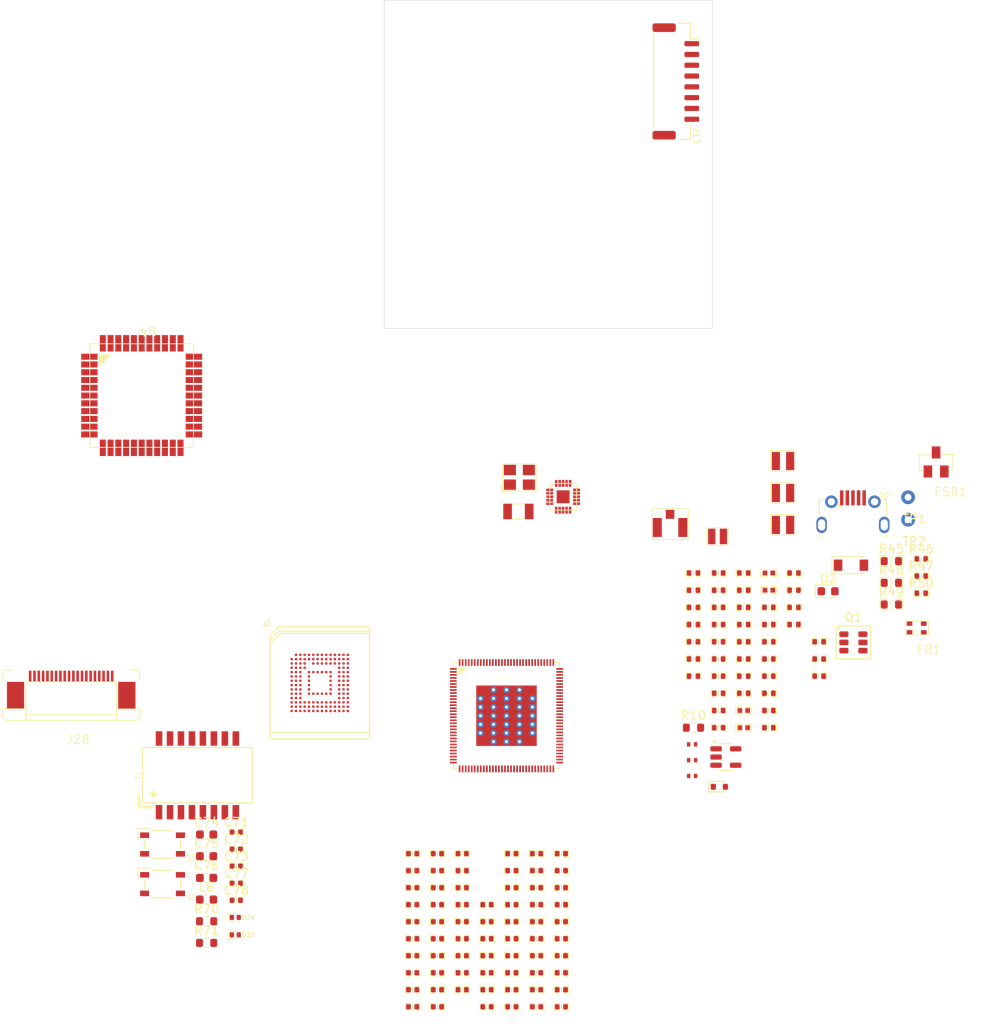
<source format=kicad_pcb>
(kicad_pcb (version 20241229) (generator "pcbnew") (generator_version "9.0")
  (layers (0 "F.Cu" signal) (2 "B.Cu" signal) (13 "F.Paste" user) (15 "B.Paste" user) (5 "F.SilkS" user "F.Silkscreen") (7 "B.SilkS" user "B.Silkscreen") (1 "F.Mask" user) (3 "B.Mask" user) (25 "Edge.Cuts" user))
  (net 0 "")
  (net 1 "GND")
  (net 2 "Net-(U7-X2)")
  (net 3 "Net-(U1A-OSC_SOC_XIN)")
  (net 4 "VCC_1V8")
  (net 5 "VDD_0V9")
  (net 6 "Net-(U1A-OSC_RTC_XIN)")
  (net 7 "Net-(U1A-OSC_RTC_XOUT)")
  (net 8 "Net-(U1A-RTC_AVDD3V3)")
  (net 9 "Net-(C74-Pad2)")
  (net 10 "/MIPI_CSI_AVDD_1V8")
  (net 11 "VDD_ARM")
  (net 12 "VCC_DDR")
  (net 13 "Net-(T1-CT1)")
  (net 14 "VCC5V0_SYS")
  (net 15 "/EN3")
  (net 16 "/EN2")
  (net 17 "/EN1")
  (net 18 "Net-(U3-FB1)")
  (net 19 "Net-(U3-FB2)")
  (net 20 "Net-(U3-FB3)")
  (net 21 "Net-(C76-Pad1)")
  (net 22 "Net-(D34-Pad1)")
  (net 23 "Net-(D35-Pad1)")
  (net 24 "TRD0_P")
  (net 25 "VCCIO_FLASH")
  (net 26 "Net-(U1D-CODEC_VCM)")
  (net 27 "Net-(U1D-SARADC_USB_AVDD1V8)")
  (net 28 "3V3")
  (net 29 "Net-(U4-WL_BT_ANT)")
  (net 30 "Net-(J1-Pin_2)")
  (net 31 "/VDDi")
  (net 32 "RX0_N")
  (net 33 "TRD0_N")
  (net 34 "VCC3V3_RTC")
  (net 35 "Net-(U1A-OTP_AVDD1V8_ETH_AVDD1V8_TSADC_AVDD1V8)")
  (net 36 "Net-(U1D-FEPHY_AVDD3V3)")
  (net 37 "Net-(U1A-OSC_SOC_XOUT)")
  (net 38 "/GPIO1_D3_d")
  (net 39 "Net-(U1C-I2C3_SCL_M1_AUD_DSM_N_UART5_TX_M1_PWM11_IR_M2_VI_CIF_CLKO_M1_VO_LCDC_CLK_GPIO1_D3_d)")
  (net 40 "Net-(U1C-MIPI_CLK0_OUT_VI_CIF_CLKO_M0_GPIO3_C4_d)")
  (net 41 "/MIPI{slash}LVDS_MCLK0")
  (net 42 "/MIPI{slash}LVDS_MCLK1")
  (net 43 "RX0_P")
  (net 44 "Net-(U1B-FSPI_CLK_EMMC_CLK_GPIO4_B1_d)")
  (net 45 "/EMMC_CLK")
  (net 46 "/SDMMC_CLK")
  (net 47 "Net-(U1B-JTAG_LPMCU_TCK_M1_I2C0_SCL_M2_PWM10_M0_UART5_RTS_M0_SDMMC_CLK_GPIO3_A4_d)")
  (net 48 "Net-(U1D-DRAM_ZQ)")
  (net 49 "Net-(U1D-FEPHY_REXT)")
  (net 50 "Net-(U1D-CODEC_AVSS)")
  (net 51 "/HOST_WAKE_BT")
  (net 52 "VIN")
  (net 53 "/SDMMC_DET")
  (net 54 "/GPIO0_A4_d")
  (net 55 "/BT_WAKE_HOST")
  (net 56 "/GPIO0_A3_u")
  (net 57 "/WL_HOST_WAKE")
  (net 58 "/GPIO0_A2_d")
  (net 59 "/WL_EN")
  (net 60 "/GPIO1_A2_d")
  (net 61 "/EMMC_D0")
  (net 62 "Net-(J28-Pin_19)")
  (net 63 "/TX_P0+")
  (net 64 "/EMMC_D1")
  (net 65 "/EMMC_D2")
  (net 66 "/TX_P0-")
  (net 67 "/EMMC_D3")
  (net 68 "/RX_P0+")
  (net 69 "/EMMC_D4")
  (net 70 "/RX_P0-")
  (net 71 "/EMMC_D5")
  (net 72 "/GPI3_B0_d")
  (net 73 "/EMMC_D6")
  (net 74 "/GPI3_B1_d")
  (net 75 "Net-(T1-CT3)")
  (net 76 "/EMMC_D7")
  (net 77 "/EMMC_CMD")
  (net 78 "Net-(T1-CT4)")
  (net 82 "/SDMMC_D0")
  (net 83 "/SDMMC_D1")
  (net 85 "/SDMMC_D2")
  (net 88 "/SDMMC_D3")
  (net 90 "/SDMMC_CMD")
  (net 92 "/PCM_CLK")
  (net 93 "/GPIO0_A5_d")
  (net 94 "/GPIO0_A6_d")
  (net 95 "/PCM_SYNC")
  (net 96 "/GPIO1_A4_d")
  (net 97 "/PCM_IN")
  (net 98 "/GPIO1_A3_d")
  (net 100 "/FLASH_ALE{slash}EMMC_RST")
  (net 101 "/MIPI{slash}LVDS_D0_N")
  (net 102 "/GPIO1_B0_d")
  (net 104 "/GPIO1_C7_d")
  (net 105 "/GPIO2_A7_d")
  (net 106 "/MIPI{slash}LVDS_CLK_N")
  (net 107 "/MIPI{slash}LVDS_D2_P")
  (net 108 "/GPIO2_A0_d")
  (net 109 "/MIPI{slash}LVDS_CLK_P")
  (net 110 "/USB_P")
  (net 111 "/GPIO1_A1_d")
  (net 112 "/ETH_R_P")
  (net 113 "/GPIO1_A0_d")
  (net 115 "/GPIO1_C5_d")
  (net 116 "/MIC0_P")
  (net 117 "/GPIO2_A5_d")
  (net 118 "/GPIO1_C2_d")
  (net 119 "/GPIO1_C6_d")
  (net 120 "/GPIO0_A1_d")
  (net 121 "/GPIO1_D0_d")
  (net 122 "/LINEOUT")
  (net 123 "/GPIO4_C0_z")
  (net 124 "/MIPI{slash}LVDS_D0_P")
  (net 125 "/MIPI_I2C3_SDA")
  (net 126 "/NPOR")
  (net 127 "/MIPI{slash}LVDS_CLK1_N")
  (net 128 "/GPIO2_B0_d")
  (net 129 "/MIPI{slash}LVDS_CLK1_P")
  (net 130 "/MIC1_N")
  (net 131 "/GPIO2_A4_d")
  (net 132 "/MIC0_N")
  (net 133 "/GPIO1_B1_d")
  (net 134 "/GPIO2_A2_d")
  (net 135 "/GPIO2_A6_d")
  (net 136 "VCC1V8_MICBIAS")
  (net 137 "/MIPI_I2C_SDA")
  (net 138 "/GPIO1_B2_d")
  (net 139 "/USB_N")
  (net 140 "/GPIO1_C1_d")
  (net 141 "/ETH_T_P")
  (net 142 "/ETH_R_N")
  (net 143 "/GPIO1_C0_d")
  (net 144 "/MIPI{slash}LVDS_RST1")
  (net 145 "/MIPI{slash}LVDS_D2_N")
  (net 146 "/GPIO0_A0_z")
  (net 147 "/GPIO1_D2_d")
  (net 148 "/MIPI_I2C_SCL")
  (net 149 "/GPIO2_B1_d")
  (net 150 "/USB_DET_IN")
  (net 152 "/GPIO2_A1_d")
  (net 153 "/ETH_T_N")
  (net 154 "/GPIO2_A3_d")
  (net 155 "/GPIO1_C3_d")
  (net 156 "/GPIO1_C4_d")
  (net 157 "/GPIO1_D1_d")
  (net 158 "/MIPI{slash}LVDS_D1_N")
  (net 159 "/MIPI{slash}LVDS_D1_P")
  (net 160 "/MIPI_I2C3_SCL")
  (net 161 "/GPIO1_B3_u")
  (net 162 "/PCM_OUT")
  (net 163 "/GPIO4_C1_z")
  (net 164 "/MIC1_P")
  (net 166 "Net-(U2-SW)")
  (net 167 "Net-(U3-LX)")
  (net 168 "Net-(U3-LX2)")
  (net 169 "Net-(U3-LX3)")
  (net 170 "VCC1V8_CODEC")
  (net 171 "/MIPI{slash}LVDS_RST")
  (net 299 "Net-(D2-Pad2)")
  (net 300 "Net-(D32-PadC)")
  (net 301 "Net-(J20-VBUS)")
  (net 302 "Net-(J20-DM)")
  (net 303 "Net-(J20-DP)")
  (net 305 "/GPIO3_C6_d")
  (net 306 "Net-(FB1-Pad2)")
  (net 307 "Net-(FB1-Pad4)")
  (footprint "Footprint Library:R_0402_1005Metric" (layer "F.Cu") (at 41.63 80.25)
    (property "Reference" "R28" (hide yes))
    (property "Value" "100R %5")
  )
  (footprint "Footprint Library:R_0603_1608Metric" (layer "F.Cu") (at 58.725 67.455)
    (property "Reference" "R48")
    (property "Value" "0R")
  )
  (footprint "Footprint Library:Test_Point" (layer "F.Cu") (at 60.66 57.55)
    (property "Reference" "TP1")
    (property "Value" "DNP")
  )
  (footprint "Footprint Library:C_0402_1005Metric" (layer "F.Cu") (at 3.29 116.54)
    (property "Reference" "C10" (hide yes))
    (property "Value" "100nF 16V X5R")
  )
  (footprint "Footprint Library:Feritte_Beads_0402" (layer "F.Cu") (at 35.65 89.82)
    (property "Reference" "L7" (hide yes))
    (property "Value" "BLM15PD121SN1" (hide yes))
  )
  (footprint "Footprint Library:C_0402_1005Metric" (layer "F.Cu") (at 17.64 98.81)
    (property "Reference" "C51" (hide yes))
    (property "Value" "100nF 16V X5R")
  )
  (footprint "Footprint Library:SKI.WB800DCS .2" (layer "F.Cu") (at -34.09 39.725 180)
    (property "Reference" "U4")
    (property "Value" "SKI.WB800DCS .2")
  )
  (footprint "Footprint Library:EA3036C" (layer "F.Cu") (at 20.715 57.495)
    (property "Reference" "U3" (hide yes))
    (property "Value" "EA3036C")
  )
  (footprint "Capacitor_SMD:C_0603_1608Metric" (layer "F.Cu") (at -20.569011 101.62)
    (property "Reference" "C76")
    (property "Value" "1000pF")
  )
  (footprint "Capacitor_SMD:C_0603_1608Metric" (layer "F.Cu") (at -20.569011 99.11)
    (property "Reference" "C75")
    (property "Value" "0.01uF")
  )
  (footprint "Footprint Library:R_0402_1005Metric" (layer "F.Cu") (at 41.63 66.32)
    (property "Reference" "R21" (hide yes))
    (property "Value" "22R %5")
  )
  (footprint "Footprint Library:C_0402_1005Metric" (layer "F.Cu") (at 14.77 104.72)
    (property "Reference" "C44" (hide yes))
    (property "Value" "10uF")
  )
  (footprint "Footprint Library:FTC252012S1R5MBCA" (layer "F.Cu") (at 45.355 53.355)
    (property "Reference" "L4" (hide yes))
    (property "Value" "FTC252012S1R5MBCA")
  )
  (footprint "Footprint Library:R_0402_1005Metric" (layer "F.Cu") (at 41.63 72.29)
    (property "Reference" "R24" (hide yes))
    (property "Value" "6.04K %1")
  )
  (footprint "Footprint Library:RV1106G3" (layer "F.Cu") (at 14.105 82.905 90)
    (property "Reference" "U1" (hide yes))
    (property "Value" "RV1106G3")
  )
  (footprint "Footprint Library:R_0402_1005Metric" (layer "F.Cu") (at 35.81 78.26)
    (property "Reference" "R7" (hide yes))
    (property "Value" "22R %5")
  )
  (footprint "Footprint Library:C_0402_1005Metric" (layer "F.Cu") (at 6.16 106.69)
    (property "Reference" "C15" (hide yes))
    (property "Value" "1uF 6.3V X5R")
  )
  (footprint "Footprint Library:R0402" (layer "F.Cu") (at 44.54 66.32)
    (property "Reference" "R31")
    (property "Value" "0R" (hide yes))
  )
  (footprint "Capacitor_SMD:C_0603_1608Metric" (layer "F.Cu") (at -20.569011 96.6)
    (property "Reference" "C74")
    (property "Value" "0.01uF")
  )
  (footprint "Footprint Library:C_0402_1005Metric" (layer "F.Cu") (at 3.29 114.57)
    (property "Reference" "C9" (hide yes))
    (property "Value" "100nF 16V X5R")
  )
  (footprint "Footprint Library:C_0402_1005Metric" (layer "F.Cu") (at 17.64 100.78)
    (property "Reference" "C52" (hide yes))
    (property "Value" "100nF 16V X5R")
  )
  (footprint "Footprint Library:C_0402_1005Metric" (layer "F.Cu") (at 11.9 112.6)
    (property "Reference" "C38" (hide yes))
    (property "Value" "4.7uF")
  )
  (footprint "Footprint Library:Test_Point" (layer "F.Cu") (at 60.66 60.15)
    (property "Reference" "TP2")
    (property "Value" "DNP")
  )
  (footprint "Footprint Library:SMD,2x1.6x1mm_Power_Inductor" (layer "F.Cu") (at 39.275 62.085 90)
    (property "Reference" "L3" (hide yes))
    (property "Value" "PIM201610-1R0MTS00")
  )
  (footprint "Footprint Library:C_0402_1005Metric" (layer "F.Cu") (at 6.16 116.54)
    (property "Reference" "C20" (hide yes))
    (property "Value" "1uF 6.3V X5R")
  )
  (footprint "Footprint Library:IPEX1-3-TXZ 214" (layer "F.Cu") (at 33.095 59.525 90)
    (property "Reference" "J1" (hide yes))
    (property "Value" "IPEX1-3-TXZ 214" (hide yes))
  )
  (footprint "Footprint Library:C_0402_1005Metric" (layer "F.Cu") (at 14.77 106.69)
    (property "Reference" "C45" (hide yes))
    (property "Value" "220pF")
  )
  (footprint "Footprint Library:R_0603_1608Metric" (layer "F.Cu") (at 58.725 69.965)
    (property "Reference" "R49")
    (property "Value" "0R")
  )
  (footprint "Footprint Library:C_0402_1005Metric" (layer "F.Cu") (at 17.64 110.63)
    (property "Reference" "C57" (hide yes))
    (property "Value" "10pF")
  )
  (footprint "Footprint Library:R_0402_1005Metric" (layer "F.Cu") (at 35.81 68.31)
    (property "Reference" "R2" (hide yes))
    (property "Value" "22R %5")
  )
  (footprint "Footprint Library:C_0402_1005Metric" (layer "F.Cu") (at 11.9 108.66)
    (property "Reference" "C36" (hide yes))
    (property "Value" "100nF 16V X5R")
  )
  (footprint "Footprint Library:R_0402_1005Metric" (layer "F.Cu") (at 38.72 76.27)
    (property "Reference" "R16" (hide yes))
    (property "Value" "47K %1")
  )
  (footprint "Footprint Library:R_0402_1005Metric" (layer "F.Cu") (at 38.72 68.31)
    (property "Reference" "R12" (hide yes))
    (property "Value" "10K %5")
  )
  (footprint "Footprint Library:SKRPANE010" (layer "F.Cu") (at -25.674011 102.3412)
    (property "Reference" "S6")
    (property "Value" "SKRPANE010" (hide yes))
  )
  (footprint "Footprint Library:C_0402_1005Metric" (layer "F.Cu") (at 6.16 110.63)
    (property "Reference" "C17" (hide yes))
    (property "Value" "100nF 16V X5R")
  )
  (footprint "Footprint Library:C_0402_1005Metric" (layer "F.Cu") (at 11.9 110.63)
    (property "Reference" "C37" (hide yes))
    (property "Value" "220pF")
  )
  (footprint "Footprint Library:C_0402_1005Metric" (layer "F.Cu") (at 6.16 112.6)
    (property "Reference" "C18" (hide yes))
    (property "Value" "100nF 16V X5R")
  )
  (footprint "Footprint Library:R_0402_1005Metric" (layer "F.Cu") (at 38.72 84.23)
    (property "Reference" "R20" (hide yes))
    (property "Value" "100K 1%")
  )
  (footprint "Footprint Library:SMD3225-4P" (layer "F.Cu") (at 15.65 55.24)
    (property "Reference" "U7" (hide yes))
    (property "Value" "24MHz" (hide yes))
  )
  (footprint "Footprint Library:C_0402_1005Metric" (layer "F.Cu") (at 6.16 102.75)
    (property "Reference" "C13" (hide yes))
    (property "Value" "10uF 6.3V X5R")
  )
  (footprint "Footprint Library:JST_1x8_1MP_P1.25mm_Vertical" (layer "F.Cu") (at 35.61 13.78 -90)
    (property "Reference" "J13")
    (property "Value" "JST_1x8-1MP_P1.25mm_Vertical")
  )
  (footprint "Footprint Library:R_0603_1608Metric" (layer "F.Cu") (at 58.725 64.945)
    (property "Reference" "R45")
    (property "Value" "DNP")
  )
  (footprint "Footprint Library:C_0402_1005Metric" (layer "F.Cu") (at 9.03 108.66)
    (property "Reference" "C26" (hide yes))
    (property "Value" "1uF 6.3V X5R")
  )
  (footprint "Footprint Library:R_0402_1005Metric" (layer "F.Cu") (at 47.45 68.31)
    (property "Reference" "R42" (hide yes))
    (property "Value" "100R %5")
  )
  (footprint "Footprint Library:R_0402_1005Metric" (layer "F.Cu") (at 44.54 72.29)
    (property "Reference" "R34" (hide yes))
    (property "Value" "10K")
  )
  (footprint "Footprint Library:C_0402_1005Metric" (layer "F.Cu") (at 9.03 104.72)
    (property "Reference" "C24" (hide yes))
    (property "Value" "1uF 6.3V X5R")
  )
  (footprint "Footprint Library:R_0402_1005Metric" (layer "F.Cu") (at 44.54 74.28)
    (property "Reference" "R35" (hide yes))
    (property "Value" "10K")
  )
  (footprint "Footprint Library:Feritte_Beads_0402" (layer "F.Cu") (at 35.65 86.16)
    (property "Reference" "L1" (hide yes))
    (property "Value" "BLM15PD121SN1" (hide yes))
  )
  (footprint "Footprint Library:R_0402_1005Metric" (layer "F.Cu") (at 38.72 78.26)
    (property "Reference" "R17" (hide yes))
    (property "Value" "100K 1%")
  )
  (footprint "Footprint Library:R_0402_1005Metric" (layer "F.Cu") (at 44.54 84.23)
    (property "Reference" "R40" (hide yes))
    (property "Value" "4.7K")
  )
  (footprint "Footprint Library:SOT-23-Diode" (layer "F.Cu") (at 62.955 54.565)
    (property "Reference" "ESD1")
    (property "Value" "ESD5302F")
  )
  (footprint "Footprint Library:C_0402_1005Metric" (layer "F.Cu") (at -17.129011 98.3)
    (property "Reference" "C72")
    (property "Value" "100nF X5R 16V")
  )
  (footprint "Footprint Library:R_0402_1005Metric" (layer "F.Cu") (at 38.72 74.28)
    (property "Reference" "R15" (hide yes))
    (property "Value" "9.1K %1")
  )
  (footprint "Footprint Library:C_0402_1005Metric" (layer "F.Cu") (at 6.16 100.78)
    (property "Reference" "C12" (hide yes))
    (property "Value" "10uF 6.3V X5R")
  )
  (footprint "Footprint Library:R_0402_1005Metric" (layer "F.Cu") (at 38.72 72.29)
    (property "Reference" "R14" (hide yes))
    (property "Value" "40.2K %1")
  )
  (footprint "Footprint Library:C_0402_1005Metric" (layer "F.Cu") (at 20.51 98.81)
    (property "Reference" "C61" (hide yes))
    (property "Value" "10uF")
  )
  (footprint "Footprint Library:FTC252012S1R5MBCA" (layer "F.Cu") (at 45.355 57.055)
    (property "Reference" "L5" (hide yes))
    (property "Value" "FTC252012S1R5MBCA")
  )
  (footprint "Footprint Library:C_0402_1005Metric" (layer "F.Cu") (at 3.29 112.6)
    (property "Reference" "C8" (hide yes))
    (property "Value" "1uF 6.3V X5R")
  )
  (footprint "Footprint Library:FTC252012S1R5MBCA" (layer "F.Cu") (at 45.355 60.755)
    (property "Reference" "L6" (hide yes))
    (property "Value" "FTC252012S1R5MBCA")
  )
  (footprint "Footprint Library:R_0402_1005Metric" (layer "F.Cu") (at 38.72 66.32)
    (property "Reference" "R11" (hide yes))
    (property "Value" "100K %5")
  )
  (footprint "Footprint Library:C_0402_1005Metric" (layer "F.Cu") (at 17.64 116.54)
    (property "Reference" "C60" (hide yes))
    (property "Value" "10uF/10V")
  )
  (footprint "Footprint Library:R_0402_1005Metric" (layer "F.Cu") (at 41.63 68.31)
    (property "Reference" "R22" (hide yes))
    (property "Value" "22R %5")
  )
  (footprint "Footprint Library:R_0402_1005Metric" (layer "F.Cu") (at 44.54 70.3)
    (property "Reference" "R33" (hide yes))
    (property "Value" "1K %5")
  )
  (footprint "Footprint Library:C_0402_1005Metric" (layer "F.Cu") (at -17.129011 100.27)
    (property "Reference" "C73")
    (property "Value" "1uF X5R 6.3V")
  )
  (footprint "Footprint Library:C_0402_1005Metric" (layer "F.Cu") (at 9.03 110.63)
    (property "Reference" "C27" (hide yes))
    (property "Value" "100nF 16V X5R")
  )
  (footprint "Footprint Library:C_0402_1005Metric" (layer "F.Cu") (at 11.9 116.54)
    (property "Reference" "C40" (hide yes))
    (property "Value" "10uF")
  )
  (footprint "Footprint Library:C_0402_1005Metric" (layer "F.Cu") (at 20.51 114.57)
    (property "Reference" "C69" (hide yes))
    (property "Value" "100nF 16V X5R")
  )
  (footprint "Footprint Library:R_0402_1005Metric" (layer "F.Cu") (at 50.36 78.26)
    (property "Reference" "R57" (hide yes))
    (property "Value" "4.7K %5")
  )
  (footprint "Resistor_SMD:R_0603_1608Metric" (layer "F.Cu") (at -20.569011 109.15)
    (property "Reference" "R71")
    (property "Value" "75R")
  )
  (footprint "Footprint Library:C_0402_1005Metric" (layer "F.Cu") (at -17.129011 104.21)
    (property "Reference" "C78")
    (property "Value" "1nF C0G 50V")
  )
  (footprint "Footprint Library:R0402" (layer "F.Cu") (at 41.63 84.23)
    (property "Reference" "R30")
    (property "Value" "0R" (hide yes))
  )
  (footprint "Footprint Library:R_0402_1005Metric" (layer "F.Cu") (at 35.81 76.27)
    (property "Reference" "R6" (hide yes))
    (property "Value" "22R %5")
  )
  (footprint "Footprint Library:C_0402_1005Metric" (layer "F.Cu") (at 9.03 100.78)
    (property "Reference" "C22" (hide yes))
    (property "Value" "10uF 6.3V X5R")
  )
  (footprint "Footprint Library:SKRPANE010" (layer "F.Cu") (at -25.674011 97.755)
    (property "Reference" "S5")
    (property "Value" "SKRPANE010" (hide yes))
  )
  (footprint "Footprint Library:EMMC" (layer "F.Cu") (at -7.464933 79.045067)
    (property "Reference" "U9" (hide yes))
    (property "Value" "RS70B08G3S03F" (hide yes))
  )
  (footprint "Footprint Library:R_0402_1005Metric" (layer "F.Cu") (at 35.81 74.28)
    (property "Reference" "R5" (hide yes))
    (property "Value" "1K %5")
  )
  (footprint "Footprint Library:ESD5341N" (layer "F.Cu") (at -17.645 108.215)
    (property "Reference" "D35")
    (property "Value" "ESD5451N" (hide yes))
  )
  (footprint "Footprint Library:C_0402_1005Metric" (layer "F.Cu") (at 17.64 108.66)
    (property "Reference" "C56" (hide yes))
    (property "Value" "10uF")
  )
  (footprint "Footprint Library:C_0402_1005Metric" (layer "F.Cu") (at 17.64 102.75)
    (property "Reference" "C53" (hide yes))
    (property "Value" "4.7uF 6.3V X5R")
  )
  (footprint "Footprint Library:R_0402_1005Metric" (layer "F.Cu") (at 62.185 64.685)
    (property "Reference" "R46")
    (property "Value" "2.2R %5")
  )
  (footprint "Footprint Library:R_0402_1005Metric" (layer "F.Cu") (at 62.185 66.675)
    (property "Reference" "R47")
    (property "Value" "2.2R %5")
  )
  (footprint "Footprint Library:C_0402_1005Metric" (layer "F.Cu") (at 14.77 108.66)
    (property "Reference" "C46" (hide yes))
    (property "Value" "10uF 10V")
  )
  (footprint "Footprint Library:C_0402_1005Metric" (layer "F.Cu") (at 14.77 102.75)
    (property "Reference" "C43" (hide yes))
    (property "Value" "4.7uF")
  )
  (footprint "Footprint Library:R_0402_1005Metric" (layer "F.Cu") (at 41.63 78.26)
    (property "Reference" "R27" (hide yes))
    (property "Value" "10K %5")
  )
  (footprint "Footprint Library:R_0402_1005Metric" (layer "F.Cu") (at 44.54 76.27)
    (property "Reference" "R36" (hide yes))
    (property "Value" "10K")
  )
  (footprint "Crystal:Crystal_SMD_3215-2Pin_3.2x1.5mm" (layer "F.Cu") (at 15.535 59.195)
    (property "Reference" "Y1" (hide yes))
    (property "Value" "Crystal_32.768kHz")
  )
  (footprint "Footprint Library:C_0402_1005Metric" (layer "F.Cu") (at 20.51 102.75)
    (property "Reference" "C63" (hide yes))
    (property "Value" "100nF 16V X5R")
  )
  (footprint "Footprint Library:C_0402_1005Metric" (layer "F.Cu") (at 3.29 98.81)
    (property "Reference" "C1" (hide yes))
    (property "Value" "18pF C0G")
  )
  (footprint "Footprint Library:SS14" (layer "F.Cu") (at 54.05 65.415)
    (property "Reference" "D32" (hide yes))
    (property "Value" "MBR230LSFT1G" (hide yes))
  )
  (footprint "Footprint Library:C_0402_1005Metric" (layer "F.Cu") (at 17.64 112.6)
    (property "Reference" "C58" (hide yes))
    (property "Value" "DNP")
  )
  (footprint "Footprint Library:FFC SOCKET DR_DWN 0.5MM -20P" (layer "F.Cu") (at -36.249011 78.14)
    (property "Reference" "J28")
    (property "Value" "FPC-05F-20PH20")
  )
  (footprint "LED_SMD:LED_0603_1608Metric" (layer "F.Cu") (at 51.395 68.435)
    (property "Reference" "D2")
    (property "Value" "LED_White")
  )
  (footprint "Footprint Library:C_0402_1005Metric" (layer "F.Cu") (at 9.03 112.6)
    (property "Reference" "C28" (hide yes))
    (property "Value" "10uF 6.3V X5R")
  )
  (footprint "Footprint Library:C_0402_1005Metric" (layer "F.Cu") (at 6.16 104.72)
    (property "Reference" "C14" (hide yes))
    (property "Value" "1uF 6.3V X5R")
  )
  (footprint "Footprint Library:C_0402_1005Metric" (layer "F.Cu") (at 3.29 108.66)
    (property "Reference" "C6" (hide yes))
    (property "Value" "18pF 50V C0G")
  )
  (footprint "Footprint Library:C_0402_1005Metric" (layer "F.Cu") (at 6.16 114.57)
    (property "Reference" "C19" (hide yes))
    (property "Value" "10uF 6.3V X5R")
  )
  (footprint "Footprint Library:R_0402_1005Metric" (layer "F.Cu") (at 44.54 82.24)
    (property "Reference" "R39" (hide yes))
    (property "Value" "1K")
  )
  (footprint "Footprint Library:C_0402_1005Metric" (layer "F.Cu") (at 3.29 100.78)
    (property "Reference" "C2" (hide yes))
    (property "Value" "18pF C0G")
  )
  (footprint "Footprint Library:C_0402_1005Metric" (layer "F.Cu") (at 14.77 110.63)
    (property "Reference" "C47" (hide yes))
    (property "Value" "10uF 10V")
  )
  (footprint "Footprint Library:C_0402_1005Metric" (layer "F.Cu") (at 14.77 100.78)
    (property "Reference" "C42" (hide yes))
    (property "Value" "220pF")
  )
  (footprint "Footprint Library:R_0402_1005Metric" (layer "F.Cu") (at 47.45 66.32)
    (property "Reference" "R41" (hide yes))
    (property "Value" "4.7K")
  )
  (footprint "Footprint Library:C_0402_1005Metric" (layer "F.Cu") (at 20.51 100.78)
    (property "Reference" "C62" (hide yes))
    (property "Value" "1uF 6.3V X5R")
  )
  (footprint "Footprint Library:Micro-B SMD" (layer "F.Cu") (at 54.275 58.07)
    (property "Reference" "J20")
    (property "Value" "MICRO XNJ ZB" (hide yes))
  )
  (footprint "Footprint Library:C_0402_1005Metric" (layer "F.Cu") (at 9.03 114.57)
    (property "Reference" "C29" (hide yes))
    (property "Value" "100nF 16V X5R")
  )
  (footprint "Resistor_SMD:R_0603_1608Metric" (layer "F.Cu") (at 35.81 84.23)
    (property "Reference" "R10")
    (property "Value" "0R")
  )
  (footprint "Footprint Library:0603_Ferrite Beads" (layer "F.Cu") (at -20.569011 104.13)
    (property "Reference" "L8")
    (property "Value" "CBG160808U000T")
  )
  (footprint "Footprint Library:Feritte_Beads_0402" (layer "F.Cu") (at 35.65 87.99)
    (property "Reference" "L2" (hide yes))
    (property "Value" "BLM15PD121SN1" (hide yes))
  )
  (footprint "Footprint Library:R_0402_1005Metric" (layer "F.Cu") (at 38.72 70.3)
    (property "Reference" "R13" (hide yes))
    (property "Value" "200K")
  )
  (footprint "Footprint Library:R_0402_1005Metric" (layer "F.Cu") (at 38.72 82.24)
    (property "Reference" "R19" (hide yes))
    (property "Value" "200K %1")
  )
  (footprint "Footprint Library:C_0402_1005Metric" (layer "F.Cu") (at -17.129011 96.33)
    (property "Reference" "C71")
    (property "Value" "4.7uF X5R 6.3V")
  )
  (footprint "Footprint Library:C_0402_1005Metric" (layer "F.Cu") (at 17.64 114.57)
    (property "Reference" "C59" (hide yes))
    (property "Value" "10uF")
  )
  (footprint "Footprint Library:C_0402_1005Metric" (layer "F.Cu") (at 20.51 112.6)
    (property "Reference" "C68" (hide yes))
    (property "Value" "100nF 16V X5R")
  )
  (footprint "Footprint Library:R_0402_1005Metric" (layer "F.Cu") (at 44.54 80.25)
    (property "Reference" "R38" (hide yes))
    (property "Value" "1K")
  )
  (footprint "Footprint Library:C_0402_1005Metric" (layer "F.Cu") (at 20.51 110.63)
    (property "Reference" "C67" (hide yes))
    (property "Value" "4.7uF 6.3V X5R")
  )
  (footprint "Footprint Library:C_0402_1005Metric" (layer "F.Cu") (at 20.51 108.66)
    (property "Reference" "C66" (hide yes))
    (property "Value" "100nF 16V X5R")
  )
  (footprint "Footprint Library:C_0402_1005Metric" (layer "F.Cu") (at 9.03 106.69)
    (property "Reference" "C25" (hide yes))
    (property "Value" "100nF 16V X5R")
  )
  (footprint "Footprint Library:C_0402_1005Metric" (layer "F.Cu") (at 11.9 104.72)
    (property "Reference" "C34" (hide yes))
    (property "Value" "100nF 16V X5R")
  )
  (footprint "Footprint Library:C_0402_1005Metric" (layer "F.Cu") (at 3.29 102.75)
    (property "Reference" "C3" (hide yes))
    (property "Value" "100nF X5R")
  )
  (footprint "Footprint Library:C_0402_1005Metric" (layer "F.Cu") (at 14.77 112.6)
    (property "Reference" "C48" (hide yes))
    (property "Value" "10uF 10V")
  )
  (footprint "Footprint Library:C_0402_1005Metric" (layer "F.Cu") (at 3.29 110.63)
    (property "Reference" "C7" (hide yes))
    (property "Value" "18pF 50V C0G")
  )
  (footprint "PCM_Package_TO_SOT_SMD_AKL:SOT-23-6" (layer "F.Cu") (at 54.325 74.355)
    (property "Reference" "Q1")
    (property "Value" "NDC7002N" (hide yes))
  )
  (footprint "Footprint Library:R_0402_1005Metric" (layer "F.Cu") (at 47.45 72.29)
    (property "Reference" "R44" (hide yes))
    (property "Value" "4.7K %5")
  )
  (footprint "Footprint Library:C_0402_1005Metric" (layer "F.Cu") (at 3.29 104.72)
    (property "Reference" "C4" (hide yes))
    (property "Value" "100nF X5R")
  )
  (footprint "Footprint Library:C_0402_1005Metric" (layer "F.Cu") (at 14.77 98.81)
    (property "Reference" "C41" (hide yes))
    (property "Value" "10uF")
  )
  (footprint "Diode_SMD:D_SOD-523" (layer "F.Cu") (at 38.805 91.07)
    (property "Reference" "D1" (hide yes))
    (property "Value" "RB521S-30")
  )
  (footprint "Footprint Library:C_0402_1005Metric" (layer "F.Cu") (at 14.77 114.57)
    (property "Reference" "C49" (hide yes))
    (property "Value" "10uF 10V")
  )
  (footprint "Footprint Library:R_0402_1005Metric" (layer "F.Cu") (at 50.36 74.28)
    (property "Reference" "R55" (hide yes))
    (property "Value" "10K %5")
  )
  (footprint "Footprint Library:R_0402_1005Metric" (layer "F.Cu") (at 62.185 68.665)
    (property "Reference" "R50")
    (property "Value" "DNP")
  )
  (footprint "Resistor_SMD:R_0603_1608Metric" (layer "F.Cu") (at -20.569011 106.64)
    (property "Reference" "R70")
    (property "Value" "75R")
  )
  (footprint "Footprint Library:C_0402_1005Metric" (layer "F.Cu") (at 20.51 116.54)
    (property "Reference" "C70" (hide yes))
    (property "Value" "4.7uF 6.3V X5R")
  )
  (footprint "Footprint Library:R_0402_1005Metric" (layer "F.Cu") (at 44.54 78.26)
    (property "Reference" "R37" (hide yes))
    (property "Value" "10K")
  )
  (footprint "Footprint Library:R_0402_1005Metric" (layer "F.Cu") (at 41.63 74.28)
    (property "Reference" "R25" (hide yes))
    (property "Value" "0R %5")
  )
  (footprint "Footprint Library:R0402" (layer "F.Cu") (at 44.54 68.31)
    (property "Reference" "R32")
    (property "Value" "0R" (hide yes))
  )
  (footprint "Footprint Library:C_0402_1005Metric" (layer "F.Cu") (at 11.9 114.57)
    (property "Reference" "C39" (hide yes))
    (property "Value" "4.7uF")
  )
  (footprint "Footprint Library:R_0402_1005Metric" (layer "F.Cu") (at 50.36 76.27)
    (property "Reference" "R56" (hide yes))
    (property "Value" "10K %5")
  )
  (footprint "Footprint Library:C_0402_1005Metric" (layer "F.Cu") (at 6.16 98.81)
    (property "Reference" "C11" (hide yes))
    (property "Value" "100nF 16V X5R")
  )
  (footprint "Footprint Library:C_0402_1005Metric" (layer "F.Cu") (at 11.9 106.69)
    (property "Reference" "C35" (hide yes))
    (property "Value" "DNP")
  )
  (footprint "Footprint Library:ESD5341N" (layer "F.Cu") (at -17.645 106.195)
    (property "Reference" "D34")
    (property "Value" "ESD5451N" (hide yes))
  )
  (footprint "Package_TO_SOT_SMD:SOT-23-5" (layer "F.Cu") (at 39.56 87.625)
    (property "Reference" "U8" (hide yes))
    (property "Value" "ME6217C33M5G")
  )
  (footprint "Footprint Library:C_0402_1005Metric" (layer "F.Cu") (at 9.03 102.75)
    (property "Reference" "C23" (hide yes))
    (property "Value" "10uF 6.3V X5R")
  )
  (footprint "Footprint Library:R0402" (layer "F.Cu") (at 41.63 82.24)
    (property "Reference" "R29")
    (property "Value" "0R" (hide yes))
  )
  (footprint "Footprint Library:C_0402_1005Metric" (layer "F.Cu") (at 20.51 104.72)
    (property "Reference" "C64" (hide yes))
    (property "Value" "100nF 16V X5R")
  )
  (footprint "Footprint Library:R_0402_1005Metric" (layer "F.Cu") (at 35.81 70.3)
    (property "Reference" "R3" (hide yes))
    (property "Value" "100R %5")
  )
  (footprint "Footprint Library:C_0402_1005Metric" (layer "F.Cu") (at 20.51 106.69)
    (property "Reference" "C65" (hide yes))
    (property "Value" "100nF 16V X5R")
  )
  (footprint "Footprint Library:R_0402_1005Metric" (layer "F.Cu") (at 47.45 70.3)
    (property "Reference" "R43" (hide yes))
    (property "Value" "4.7K %5")
  )
  (footprint "Footprint Library:C_0402_1005Metric" (layer "F.Cu") (at 17.64 104.72)
    (property "Reference" "C54" (hide yes))
    (property "Value" "100nF 16V X5R")
  )
  (footprint "Footprint Library:C_0402_1005Metric" (layer "F.Cu") (at 17.64 106.69)
    (property "Reference" "C55" (hide yes))
    (property "Value" "100nF 16V X5R")
  )
  (footprint "Footprint Library:C_0402_1005Metric" (layer "F.Cu") (at 3.29 106.69)
    (property "Reference" "C5" (hide yes))
    (property "Value" "100nF 16V X5R")
  )
  (footprint "Footprint Library:SMD-4P,2.0x1.2mm" (layer "F.Cu") (at 60.825 73.185)
    (property "Reference" "FB1")
    (property "Value" "DNP")
  )
  (footprint "Footprint Library:R_0402_1005Metric" (layer "F.Cu") (at 35.81 66.32)
    (property "Reference" "R1" (hide yes))
    (property "Value" "1M %5")
  )
  (footprint "Footprint Library:C_0402_1005Metric" (layer "F.Cu") (at -17.129011 102.24)
    (property "Reference" "C77")
    (property "Value" "1nF C0G 50V")
  )
  (footprint "Footprint Library:R_0402_1005Metric" (layer "F.Cu") (at 41.63 76.27)
    (property "Reference" "R26" (hide yes))
    (property "Value" "1K %5")
  )
  (footprint "Footprint Library:C_0402_1005Metric" (layer "F.Cu") (at 6.16 108.66)
    (property "Reference" "C16" (hide yes))
    (property "Value" "100nF 16V X5R")
  )
  (footprint "Footprint Library:R_0402_1005Metric" (layer "F.Cu") (at 41.63 70.3)
    (property "Reference" "R23" (hide yes))
    (property "Value" "240R %1")
  )
  (footprint "Footprint Library:C_0402_1005Metric" (layer "F.Cu") (at 9.03 98.81)
    (property "Reference" "C21" (hide yes))
    (property "Value" "100nF 16V X5R")
  )
  (footprint "Footprint Library:R_0402_1005Metric" (layer "F.Cu") (at 35.81 72.29)
    (property "Reference" "R4" (hide yes))
    (property "Value" "22R %5")
  )
  (footprint "Footprint Library:R_0402_1005Metric" (layer "F.Cu") (at 38.72 80.25)
    (property "Reference" "R18" (hide yes))
    (property "Value" "0R %5")
  )
  (footprint "Footprint Library:H1102NL" (layer "F.Cu") (at -21.634011 89.745)
    (property "Reference" "T1")
    (property "Value" "H1102NL" (hide yes))
  )
  (footprint "Footprint Library:C_0402_1005Metric" (layer "F.Cu") (at 14.77 116.54)
    (property "Reference" "C50" (hide yes))
    (property "Value" "100nF 16V X5R")
  )
  (gr_rect (start 0 0) (end 38 38) (stroke (width 0.05)) (fill no) (layer "Edge.Cuts"))
)
</source>
